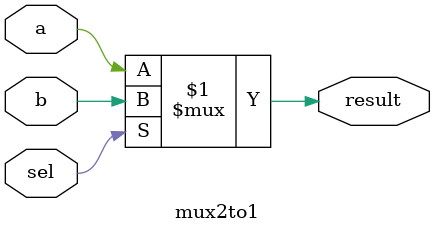
<source format=v>
`timescale 1ns/1ns
module mux2to1( a, b, sel, result);

output result ;
input a, b, sel ;
          
assign result = ( sel ) ? b : a ;

endmodule
</source>
